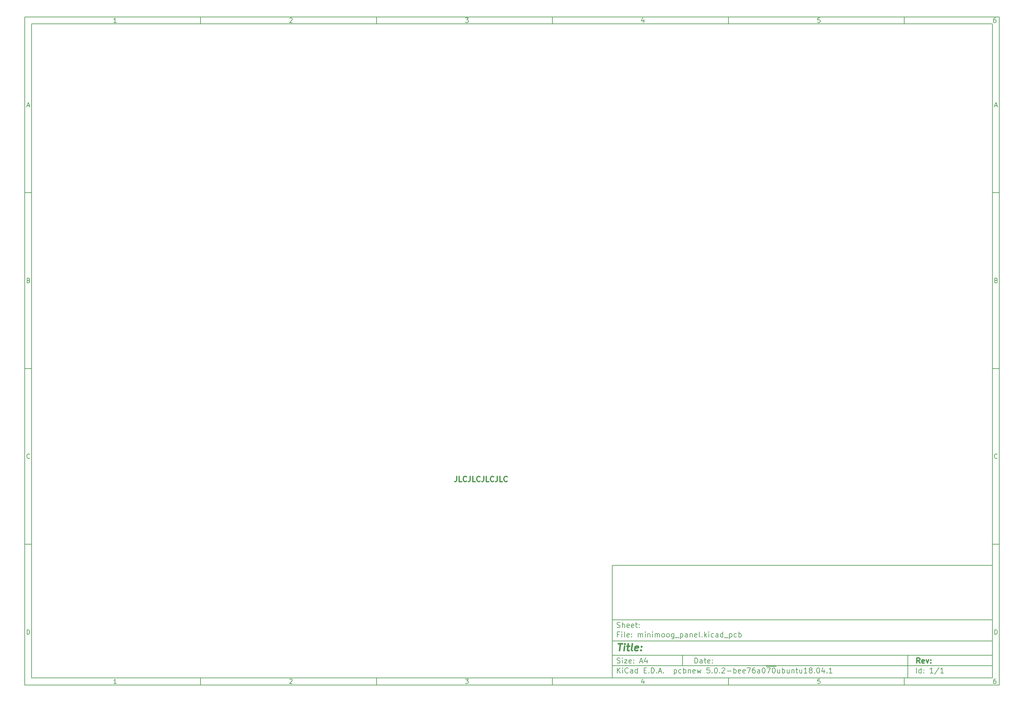
<source format=gbr>
G04 #@! TF.GenerationSoftware,KiCad,Pcbnew,5.0.2-bee76a0~70~ubuntu18.04.1*
G04 #@! TF.CreationDate,2019-05-15T10:05:18+10:00*
G04 #@! TF.ProjectId,minimoog_panel,6d696e69-6d6f-46f6-975f-70616e656c2e,rev?*
G04 #@! TF.SameCoordinates,Original*
G04 #@! TF.FileFunction,Legend,Top*
G04 #@! TF.FilePolarity,Positive*
%FSLAX46Y46*%
G04 Gerber Fmt 4.6, Leading zero omitted, Abs format (unit mm)*
G04 Created by KiCad (PCBNEW 5.0.2-bee76a0~70~ubuntu18.04.1) date Wed 15 May 2019 10:05:18 AEST*
%MOMM*%
%LPD*%
G01*
G04 APERTURE LIST*
%ADD10C,0.100000*%
%ADD11C,0.150000*%
%ADD12C,0.300000*%
%ADD13C,0.400000*%
G04 APERTURE END LIST*
D10*
D11*
X177002200Y-166007200D02*
X177002200Y-198007200D01*
X285002200Y-198007200D01*
X285002200Y-166007200D01*
X177002200Y-166007200D01*
D10*
D11*
X10000000Y-10000000D02*
X10000000Y-200007200D01*
X287002200Y-200007200D01*
X287002200Y-10000000D01*
X10000000Y-10000000D01*
D10*
D11*
X12000000Y-12000000D02*
X12000000Y-198007200D01*
X285002200Y-198007200D01*
X285002200Y-12000000D01*
X12000000Y-12000000D01*
D10*
D11*
X60000000Y-12000000D02*
X60000000Y-10000000D01*
D10*
D11*
X110000000Y-12000000D02*
X110000000Y-10000000D01*
D10*
D11*
X160000000Y-12000000D02*
X160000000Y-10000000D01*
D10*
D11*
X210000000Y-12000000D02*
X210000000Y-10000000D01*
D10*
D11*
X260000000Y-12000000D02*
X260000000Y-10000000D01*
D10*
D11*
X36065476Y-11588095D02*
X35322619Y-11588095D01*
X35694047Y-11588095D02*
X35694047Y-10288095D01*
X35570238Y-10473809D01*
X35446428Y-10597619D01*
X35322619Y-10659523D01*
D10*
D11*
X85322619Y-10411904D02*
X85384523Y-10350000D01*
X85508333Y-10288095D01*
X85817857Y-10288095D01*
X85941666Y-10350000D01*
X86003571Y-10411904D01*
X86065476Y-10535714D01*
X86065476Y-10659523D01*
X86003571Y-10845238D01*
X85260714Y-11588095D01*
X86065476Y-11588095D01*
D10*
D11*
X135260714Y-10288095D02*
X136065476Y-10288095D01*
X135632142Y-10783333D01*
X135817857Y-10783333D01*
X135941666Y-10845238D01*
X136003571Y-10907142D01*
X136065476Y-11030952D01*
X136065476Y-11340476D01*
X136003571Y-11464285D01*
X135941666Y-11526190D01*
X135817857Y-11588095D01*
X135446428Y-11588095D01*
X135322619Y-11526190D01*
X135260714Y-11464285D01*
D10*
D11*
X185941666Y-10721428D02*
X185941666Y-11588095D01*
X185632142Y-10226190D02*
X185322619Y-11154761D01*
X186127380Y-11154761D01*
D10*
D11*
X236003571Y-10288095D02*
X235384523Y-10288095D01*
X235322619Y-10907142D01*
X235384523Y-10845238D01*
X235508333Y-10783333D01*
X235817857Y-10783333D01*
X235941666Y-10845238D01*
X236003571Y-10907142D01*
X236065476Y-11030952D01*
X236065476Y-11340476D01*
X236003571Y-11464285D01*
X235941666Y-11526190D01*
X235817857Y-11588095D01*
X235508333Y-11588095D01*
X235384523Y-11526190D01*
X235322619Y-11464285D01*
D10*
D11*
X285941666Y-10288095D02*
X285694047Y-10288095D01*
X285570238Y-10350000D01*
X285508333Y-10411904D01*
X285384523Y-10597619D01*
X285322619Y-10845238D01*
X285322619Y-11340476D01*
X285384523Y-11464285D01*
X285446428Y-11526190D01*
X285570238Y-11588095D01*
X285817857Y-11588095D01*
X285941666Y-11526190D01*
X286003571Y-11464285D01*
X286065476Y-11340476D01*
X286065476Y-11030952D01*
X286003571Y-10907142D01*
X285941666Y-10845238D01*
X285817857Y-10783333D01*
X285570238Y-10783333D01*
X285446428Y-10845238D01*
X285384523Y-10907142D01*
X285322619Y-11030952D01*
D10*
D11*
X60000000Y-198007200D02*
X60000000Y-200007200D01*
D10*
D11*
X110000000Y-198007200D02*
X110000000Y-200007200D01*
D10*
D11*
X160000000Y-198007200D02*
X160000000Y-200007200D01*
D10*
D11*
X210000000Y-198007200D02*
X210000000Y-200007200D01*
D10*
D11*
X260000000Y-198007200D02*
X260000000Y-200007200D01*
D10*
D11*
X36065476Y-199595295D02*
X35322619Y-199595295D01*
X35694047Y-199595295D02*
X35694047Y-198295295D01*
X35570238Y-198481009D01*
X35446428Y-198604819D01*
X35322619Y-198666723D01*
D10*
D11*
X85322619Y-198419104D02*
X85384523Y-198357200D01*
X85508333Y-198295295D01*
X85817857Y-198295295D01*
X85941666Y-198357200D01*
X86003571Y-198419104D01*
X86065476Y-198542914D01*
X86065476Y-198666723D01*
X86003571Y-198852438D01*
X85260714Y-199595295D01*
X86065476Y-199595295D01*
D10*
D11*
X135260714Y-198295295D02*
X136065476Y-198295295D01*
X135632142Y-198790533D01*
X135817857Y-198790533D01*
X135941666Y-198852438D01*
X136003571Y-198914342D01*
X136065476Y-199038152D01*
X136065476Y-199347676D01*
X136003571Y-199471485D01*
X135941666Y-199533390D01*
X135817857Y-199595295D01*
X135446428Y-199595295D01*
X135322619Y-199533390D01*
X135260714Y-199471485D01*
D10*
D11*
X185941666Y-198728628D02*
X185941666Y-199595295D01*
X185632142Y-198233390D02*
X185322619Y-199161961D01*
X186127380Y-199161961D01*
D10*
D11*
X236003571Y-198295295D02*
X235384523Y-198295295D01*
X235322619Y-198914342D01*
X235384523Y-198852438D01*
X235508333Y-198790533D01*
X235817857Y-198790533D01*
X235941666Y-198852438D01*
X236003571Y-198914342D01*
X236065476Y-199038152D01*
X236065476Y-199347676D01*
X236003571Y-199471485D01*
X235941666Y-199533390D01*
X235817857Y-199595295D01*
X235508333Y-199595295D01*
X235384523Y-199533390D01*
X235322619Y-199471485D01*
D10*
D11*
X285941666Y-198295295D02*
X285694047Y-198295295D01*
X285570238Y-198357200D01*
X285508333Y-198419104D01*
X285384523Y-198604819D01*
X285322619Y-198852438D01*
X285322619Y-199347676D01*
X285384523Y-199471485D01*
X285446428Y-199533390D01*
X285570238Y-199595295D01*
X285817857Y-199595295D01*
X285941666Y-199533390D01*
X286003571Y-199471485D01*
X286065476Y-199347676D01*
X286065476Y-199038152D01*
X286003571Y-198914342D01*
X285941666Y-198852438D01*
X285817857Y-198790533D01*
X285570238Y-198790533D01*
X285446428Y-198852438D01*
X285384523Y-198914342D01*
X285322619Y-199038152D01*
D10*
D11*
X10000000Y-60000000D02*
X12000000Y-60000000D01*
D10*
D11*
X10000000Y-110000000D02*
X12000000Y-110000000D01*
D10*
D11*
X10000000Y-160000000D02*
X12000000Y-160000000D01*
D10*
D11*
X10690476Y-35216666D02*
X11309523Y-35216666D01*
X10566666Y-35588095D02*
X11000000Y-34288095D01*
X11433333Y-35588095D01*
D10*
D11*
X11092857Y-84907142D02*
X11278571Y-84969047D01*
X11340476Y-85030952D01*
X11402380Y-85154761D01*
X11402380Y-85340476D01*
X11340476Y-85464285D01*
X11278571Y-85526190D01*
X11154761Y-85588095D01*
X10659523Y-85588095D01*
X10659523Y-84288095D01*
X11092857Y-84288095D01*
X11216666Y-84350000D01*
X11278571Y-84411904D01*
X11340476Y-84535714D01*
X11340476Y-84659523D01*
X11278571Y-84783333D01*
X11216666Y-84845238D01*
X11092857Y-84907142D01*
X10659523Y-84907142D01*
D10*
D11*
X11402380Y-135464285D02*
X11340476Y-135526190D01*
X11154761Y-135588095D01*
X11030952Y-135588095D01*
X10845238Y-135526190D01*
X10721428Y-135402380D01*
X10659523Y-135278571D01*
X10597619Y-135030952D01*
X10597619Y-134845238D01*
X10659523Y-134597619D01*
X10721428Y-134473809D01*
X10845238Y-134350000D01*
X11030952Y-134288095D01*
X11154761Y-134288095D01*
X11340476Y-134350000D01*
X11402380Y-134411904D01*
D10*
D11*
X10659523Y-185588095D02*
X10659523Y-184288095D01*
X10969047Y-184288095D01*
X11154761Y-184350000D01*
X11278571Y-184473809D01*
X11340476Y-184597619D01*
X11402380Y-184845238D01*
X11402380Y-185030952D01*
X11340476Y-185278571D01*
X11278571Y-185402380D01*
X11154761Y-185526190D01*
X10969047Y-185588095D01*
X10659523Y-185588095D01*
D10*
D11*
X287002200Y-60000000D02*
X285002200Y-60000000D01*
D10*
D11*
X287002200Y-110000000D02*
X285002200Y-110000000D01*
D10*
D11*
X287002200Y-160000000D02*
X285002200Y-160000000D01*
D10*
D11*
X285692676Y-35216666D02*
X286311723Y-35216666D01*
X285568866Y-35588095D02*
X286002200Y-34288095D01*
X286435533Y-35588095D01*
D10*
D11*
X286095057Y-84907142D02*
X286280771Y-84969047D01*
X286342676Y-85030952D01*
X286404580Y-85154761D01*
X286404580Y-85340476D01*
X286342676Y-85464285D01*
X286280771Y-85526190D01*
X286156961Y-85588095D01*
X285661723Y-85588095D01*
X285661723Y-84288095D01*
X286095057Y-84288095D01*
X286218866Y-84350000D01*
X286280771Y-84411904D01*
X286342676Y-84535714D01*
X286342676Y-84659523D01*
X286280771Y-84783333D01*
X286218866Y-84845238D01*
X286095057Y-84907142D01*
X285661723Y-84907142D01*
D10*
D11*
X286404580Y-135464285D02*
X286342676Y-135526190D01*
X286156961Y-135588095D01*
X286033152Y-135588095D01*
X285847438Y-135526190D01*
X285723628Y-135402380D01*
X285661723Y-135278571D01*
X285599819Y-135030952D01*
X285599819Y-134845238D01*
X285661723Y-134597619D01*
X285723628Y-134473809D01*
X285847438Y-134350000D01*
X286033152Y-134288095D01*
X286156961Y-134288095D01*
X286342676Y-134350000D01*
X286404580Y-134411904D01*
D10*
D11*
X285661723Y-185588095D02*
X285661723Y-184288095D01*
X285971247Y-184288095D01*
X286156961Y-184350000D01*
X286280771Y-184473809D01*
X286342676Y-184597619D01*
X286404580Y-184845238D01*
X286404580Y-185030952D01*
X286342676Y-185278571D01*
X286280771Y-185402380D01*
X286156961Y-185526190D01*
X285971247Y-185588095D01*
X285661723Y-185588095D01*
D10*
D11*
X200434342Y-193785771D02*
X200434342Y-192285771D01*
X200791485Y-192285771D01*
X201005771Y-192357200D01*
X201148628Y-192500057D01*
X201220057Y-192642914D01*
X201291485Y-192928628D01*
X201291485Y-193142914D01*
X201220057Y-193428628D01*
X201148628Y-193571485D01*
X201005771Y-193714342D01*
X200791485Y-193785771D01*
X200434342Y-193785771D01*
X202577200Y-193785771D02*
X202577200Y-193000057D01*
X202505771Y-192857200D01*
X202362914Y-192785771D01*
X202077200Y-192785771D01*
X201934342Y-192857200D01*
X202577200Y-193714342D02*
X202434342Y-193785771D01*
X202077200Y-193785771D01*
X201934342Y-193714342D01*
X201862914Y-193571485D01*
X201862914Y-193428628D01*
X201934342Y-193285771D01*
X202077200Y-193214342D01*
X202434342Y-193214342D01*
X202577200Y-193142914D01*
X203077200Y-192785771D02*
X203648628Y-192785771D01*
X203291485Y-192285771D02*
X203291485Y-193571485D01*
X203362914Y-193714342D01*
X203505771Y-193785771D01*
X203648628Y-193785771D01*
X204720057Y-193714342D02*
X204577200Y-193785771D01*
X204291485Y-193785771D01*
X204148628Y-193714342D01*
X204077200Y-193571485D01*
X204077200Y-193000057D01*
X204148628Y-192857200D01*
X204291485Y-192785771D01*
X204577200Y-192785771D01*
X204720057Y-192857200D01*
X204791485Y-193000057D01*
X204791485Y-193142914D01*
X204077200Y-193285771D01*
X205434342Y-193642914D02*
X205505771Y-193714342D01*
X205434342Y-193785771D01*
X205362914Y-193714342D01*
X205434342Y-193642914D01*
X205434342Y-193785771D01*
X205434342Y-192857200D02*
X205505771Y-192928628D01*
X205434342Y-193000057D01*
X205362914Y-192928628D01*
X205434342Y-192857200D01*
X205434342Y-193000057D01*
D10*
D11*
X177002200Y-194507200D02*
X285002200Y-194507200D01*
D10*
D11*
X178434342Y-196585771D02*
X178434342Y-195085771D01*
X179291485Y-196585771D02*
X178648628Y-195728628D01*
X179291485Y-195085771D02*
X178434342Y-195942914D01*
X179934342Y-196585771D02*
X179934342Y-195585771D01*
X179934342Y-195085771D02*
X179862914Y-195157200D01*
X179934342Y-195228628D01*
X180005771Y-195157200D01*
X179934342Y-195085771D01*
X179934342Y-195228628D01*
X181505771Y-196442914D02*
X181434342Y-196514342D01*
X181220057Y-196585771D01*
X181077200Y-196585771D01*
X180862914Y-196514342D01*
X180720057Y-196371485D01*
X180648628Y-196228628D01*
X180577200Y-195942914D01*
X180577200Y-195728628D01*
X180648628Y-195442914D01*
X180720057Y-195300057D01*
X180862914Y-195157200D01*
X181077200Y-195085771D01*
X181220057Y-195085771D01*
X181434342Y-195157200D01*
X181505771Y-195228628D01*
X182791485Y-196585771D02*
X182791485Y-195800057D01*
X182720057Y-195657200D01*
X182577200Y-195585771D01*
X182291485Y-195585771D01*
X182148628Y-195657200D01*
X182791485Y-196514342D02*
X182648628Y-196585771D01*
X182291485Y-196585771D01*
X182148628Y-196514342D01*
X182077200Y-196371485D01*
X182077200Y-196228628D01*
X182148628Y-196085771D01*
X182291485Y-196014342D01*
X182648628Y-196014342D01*
X182791485Y-195942914D01*
X184148628Y-196585771D02*
X184148628Y-195085771D01*
X184148628Y-196514342D02*
X184005771Y-196585771D01*
X183720057Y-196585771D01*
X183577200Y-196514342D01*
X183505771Y-196442914D01*
X183434342Y-196300057D01*
X183434342Y-195871485D01*
X183505771Y-195728628D01*
X183577200Y-195657200D01*
X183720057Y-195585771D01*
X184005771Y-195585771D01*
X184148628Y-195657200D01*
X186005771Y-195800057D02*
X186505771Y-195800057D01*
X186720057Y-196585771D02*
X186005771Y-196585771D01*
X186005771Y-195085771D01*
X186720057Y-195085771D01*
X187362914Y-196442914D02*
X187434342Y-196514342D01*
X187362914Y-196585771D01*
X187291485Y-196514342D01*
X187362914Y-196442914D01*
X187362914Y-196585771D01*
X188077200Y-196585771D02*
X188077200Y-195085771D01*
X188434342Y-195085771D01*
X188648628Y-195157200D01*
X188791485Y-195300057D01*
X188862914Y-195442914D01*
X188934342Y-195728628D01*
X188934342Y-195942914D01*
X188862914Y-196228628D01*
X188791485Y-196371485D01*
X188648628Y-196514342D01*
X188434342Y-196585771D01*
X188077200Y-196585771D01*
X189577200Y-196442914D02*
X189648628Y-196514342D01*
X189577200Y-196585771D01*
X189505771Y-196514342D01*
X189577200Y-196442914D01*
X189577200Y-196585771D01*
X190220057Y-196157200D02*
X190934342Y-196157200D01*
X190077200Y-196585771D02*
X190577200Y-195085771D01*
X191077200Y-196585771D01*
X191577200Y-196442914D02*
X191648628Y-196514342D01*
X191577200Y-196585771D01*
X191505771Y-196514342D01*
X191577200Y-196442914D01*
X191577200Y-196585771D01*
X194577200Y-195585771D02*
X194577200Y-197085771D01*
X194577200Y-195657200D02*
X194720057Y-195585771D01*
X195005771Y-195585771D01*
X195148628Y-195657200D01*
X195220057Y-195728628D01*
X195291485Y-195871485D01*
X195291485Y-196300057D01*
X195220057Y-196442914D01*
X195148628Y-196514342D01*
X195005771Y-196585771D01*
X194720057Y-196585771D01*
X194577200Y-196514342D01*
X196577200Y-196514342D02*
X196434342Y-196585771D01*
X196148628Y-196585771D01*
X196005771Y-196514342D01*
X195934342Y-196442914D01*
X195862914Y-196300057D01*
X195862914Y-195871485D01*
X195934342Y-195728628D01*
X196005771Y-195657200D01*
X196148628Y-195585771D01*
X196434342Y-195585771D01*
X196577200Y-195657200D01*
X197220057Y-196585771D02*
X197220057Y-195085771D01*
X197220057Y-195657200D02*
X197362914Y-195585771D01*
X197648628Y-195585771D01*
X197791485Y-195657200D01*
X197862914Y-195728628D01*
X197934342Y-195871485D01*
X197934342Y-196300057D01*
X197862914Y-196442914D01*
X197791485Y-196514342D01*
X197648628Y-196585771D01*
X197362914Y-196585771D01*
X197220057Y-196514342D01*
X198577200Y-195585771D02*
X198577200Y-196585771D01*
X198577200Y-195728628D02*
X198648628Y-195657200D01*
X198791485Y-195585771D01*
X199005771Y-195585771D01*
X199148628Y-195657200D01*
X199220057Y-195800057D01*
X199220057Y-196585771D01*
X200505771Y-196514342D02*
X200362914Y-196585771D01*
X200077200Y-196585771D01*
X199934342Y-196514342D01*
X199862914Y-196371485D01*
X199862914Y-195800057D01*
X199934342Y-195657200D01*
X200077200Y-195585771D01*
X200362914Y-195585771D01*
X200505771Y-195657200D01*
X200577200Y-195800057D01*
X200577200Y-195942914D01*
X199862914Y-196085771D01*
X201077200Y-195585771D02*
X201362914Y-196585771D01*
X201648628Y-195871485D01*
X201934342Y-196585771D01*
X202220057Y-195585771D01*
X204648628Y-195085771D02*
X203934342Y-195085771D01*
X203862914Y-195800057D01*
X203934342Y-195728628D01*
X204077200Y-195657200D01*
X204434342Y-195657200D01*
X204577200Y-195728628D01*
X204648628Y-195800057D01*
X204720057Y-195942914D01*
X204720057Y-196300057D01*
X204648628Y-196442914D01*
X204577200Y-196514342D01*
X204434342Y-196585771D01*
X204077200Y-196585771D01*
X203934342Y-196514342D01*
X203862914Y-196442914D01*
X205362914Y-196442914D02*
X205434342Y-196514342D01*
X205362914Y-196585771D01*
X205291485Y-196514342D01*
X205362914Y-196442914D01*
X205362914Y-196585771D01*
X206362914Y-195085771D02*
X206505771Y-195085771D01*
X206648628Y-195157200D01*
X206720057Y-195228628D01*
X206791485Y-195371485D01*
X206862914Y-195657200D01*
X206862914Y-196014342D01*
X206791485Y-196300057D01*
X206720057Y-196442914D01*
X206648628Y-196514342D01*
X206505771Y-196585771D01*
X206362914Y-196585771D01*
X206220057Y-196514342D01*
X206148628Y-196442914D01*
X206077200Y-196300057D01*
X206005771Y-196014342D01*
X206005771Y-195657200D01*
X206077200Y-195371485D01*
X206148628Y-195228628D01*
X206220057Y-195157200D01*
X206362914Y-195085771D01*
X207505771Y-196442914D02*
X207577200Y-196514342D01*
X207505771Y-196585771D01*
X207434342Y-196514342D01*
X207505771Y-196442914D01*
X207505771Y-196585771D01*
X208148628Y-195228628D02*
X208220057Y-195157200D01*
X208362914Y-195085771D01*
X208720057Y-195085771D01*
X208862914Y-195157200D01*
X208934342Y-195228628D01*
X209005771Y-195371485D01*
X209005771Y-195514342D01*
X208934342Y-195728628D01*
X208077200Y-196585771D01*
X209005771Y-196585771D01*
X209648628Y-196014342D02*
X210791485Y-196014342D01*
X211505771Y-196585771D02*
X211505771Y-195085771D01*
X211505771Y-195657200D02*
X211648628Y-195585771D01*
X211934342Y-195585771D01*
X212077200Y-195657200D01*
X212148628Y-195728628D01*
X212220057Y-195871485D01*
X212220057Y-196300057D01*
X212148628Y-196442914D01*
X212077200Y-196514342D01*
X211934342Y-196585771D01*
X211648628Y-196585771D01*
X211505771Y-196514342D01*
X213434342Y-196514342D02*
X213291485Y-196585771D01*
X213005771Y-196585771D01*
X212862914Y-196514342D01*
X212791485Y-196371485D01*
X212791485Y-195800057D01*
X212862914Y-195657200D01*
X213005771Y-195585771D01*
X213291485Y-195585771D01*
X213434342Y-195657200D01*
X213505771Y-195800057D01*
X213505771Y-195942914D01*
X212791485Y-196085771D01*
X214720057Y-196514342D02*
X214577200Y-196585771D01*
X214291485Y-196585771D01*
X214148628Y-196514342D01*
X214077200Y-196371485D01*
X214077200Y-195800057D01*
X214148628Y-195657200D01*
X214291485Y-195585771D01*
X214577200Y-195585771D01*
X214720057Y-195657200D01*
X214791485Y-195800057D01*
X214791485Y-195942914D01*
X214077200Y-196085771D01*
X215291485Y-195085771D02*
X216291485Y-195085771D01*
X215648628Y-196585771D01*
X217505771Y-195085771D02*
X217220057Y-195085771D01*
X217077200Y-195157200D01*
X217005771Y-195228628D01*
X216862914Y-195442914D01*
X216791485Y-195728628D01*
X216791485Y-196300057D01*
X216862914Y-196442914D01*
X216934342Y-196514342D01*
X217077200Y-196585771D01*
X217362914Y-196585771D01*
X217505771Y-196514342D01*
X217577200Y-196442914D01*
X217648628Y-196300057D01*
X217648628Y-195942914D01*
X217577200Y-195800057D01*
X217505771Y-195728628D01*
X217362914Y-195657200D01*
X217077200Y-195657200D01*
X216934342Y-195728628D01*
X216862914Y-195800057D01*
X216791485Y-195942914D01*
X218934342Y-196585771D02*
X218934342Y-195800057D01*
X218862914Y-195657200D01*
X218720057Y-195585771D01*
X218434342Y-195585771D01*
X218291485Y-195657200D01*
X218934342Y-196514342D02*
X218791485Y-196585771D01*
X218434342Y-196585771D01*
X218291485Y-196514342D01*
X218220057Y-196371485D01*
X218220057Y-196228628D01*
X218291485Y-196085771D01*
X218434342Y-196014342D01*
X218791485Y-196014342D01*
X218934342Y-195942914D01*
X219934342Y-195085771D02*
X220077200Y-195085771D01*
X220220057Y-195157200D01*
X220291485Y-195228628D01*
X220362914Y-195371485D01*
X220434342Y-195657200D01*
X220434342Y-196014342D01*
X220362914Y-196300057D01*
X220291485Y-196442914D01*
X220220057Y-196514342D01*
X220077200Y-196585771D01*
X219934342Y-196585771D01*
X219791485Y-196514342D01*
X219720057Y-196442914D01*
X219648628Y-196300057D01*
X219577200Y-196014342D01*
X219577200Y-195657200D01*
X219648628Y-195371485D01*
X219720057Y-195228628D01*
X219791485Y-195157200D01*
X219934342Y-195085771D01*
X220720057Y-194677200D02*
X222148628Y-194677200D01*
X220934342Y-195085771D02*
X221934342Y-195085771D01*
X221291485Y-196585771D01*
X222148628Y-194677200D02*
X223577200Y-194677200D01*
X222791485Y-195085771D02*
X222934342Y-195085771D01*
X223077200Y-195157200D01*
X223148628Y-195228628D01*
X223220057Y-195371485D01*
X223291485Y-195657200D01*
X223291485Y-196014342D01*
X223220057Y-196300057D01*
X223148628Y-196442914D01*
X223077200Y-196514342D01*
X222934342Y-196585771D01*
X222791485Y-196585771D01*
X222648628Y-196514342D01*
X222577200Y-196442914D01*
X222505771Y-196300057D01*
X222434342Y-196014342D01*
X222434342Y-195657200D01*
X222505771Y-195371485D01*
X222577200Y-195228628D01*
X222648628Y-195157200D01*
X222791485Y-195085771D01*
X224577200Y-195585771D02*
X224577200Y-196585771D01*
X223934342Y-195585771D02*
X223934342Y-196371485D01*
X224005771Y-196514342D01*
X224148628Y-196585771D01*
X224362914Y-196585771D01*
X224505771Y-196514342D01*
X224577200Y-196442914D01*
X225291485Y-196585771D02*
X225291485Y-195085771D01*
X225291485Y-195657200D02*
X225434342Y-195585771D01*
X225720057Y-195585771D01*
X225862914Y-195657200D01*
X225934342Y-195728628D01*
X226005771Y-195871485D01*
X226005771Y-196300057D01*
X225934342Y-196442914D01*
X225862914Y-196514342D01*
X225720057Y-196585771D01*
X225434342Y-196585771D01*
X225291485Y-196514342D01*
X227291485Y-195585771D02*
X227291485Y-196585771D01*
X226648628Y-195585771D02*
X226648628Y-196371485D01*
X226720057Y-196514342D01*
X226862914Y-196585771D01*
X227077200Y-196585771D01*
X227220057Y-196514342D01*
X227291485Y-196442914D01*
X228005771Y-195585771D02*
X228005771Y-196585771D01*
X228005771Y-195728628D02*
X228077200Y-195657200D01*
X228220057Y-195585771D01*
X228434342Y-195585771D01*
X228577200Y-195657200D01*
X228648628Y-195800057D01*
X228648628Y-196585771D01*
X229148628Y-195585771D02*
X229720057Y-195585771D01*
X229362914Y-195085771D02*
X229362914Y-196371485D01*
X229434342Y-196514342D01*
X229577200Y-196585771D01*
X229720057Y-196585771D01*
X230862914Y-195585771D02*
X230862914Y-196585771D01*
X230220057Y-195585771D02*
X230220057Y-196371485D01*
X230291485Y-196514342D01*
X230434342Y-196585771D01*
X230648628Y-196585771D01*
X230791485Y-196514342D01*
X230862914Y-196442914D01*
X232362914Y-196585771D02*
X231505771Y-196585771D01*
X231934342Y-196585771D02*
X231934342Y-195085771D01*
X231791485Y-195300057D01*
X231648628Y-195442914D01*
X231505771Y-195514342D01*
X233220057Y-195728628D02*
X233077200Y-195657200D01*
X233005771Y-195585771D01*
X232934342Y-195442914D01*
X232934342Y-195371485D01*
X233005771Y-195228628D01*
X233077200Y-195157200D01*
X233220057Y-195085771D01*
X233505771Y-195085771D01*
X233648628Y-195157200D01*
X233720057Y-195228628D01*
X233791485Y-195371485D01*
X233791485Y-195442914D01*
X233720057Y-195585771D01*
X233648628Y-195657200D01*
X233505771Y-195728628D01*
X233220057Y-195728628D01*
X233077200Y-195800057D01*
X233005771Y-195871485D01*
X232934342Y-196014342D01*
X232934342Y-196300057D01*
X233005771Y-196442914D01*
X233077200Y-196514342D01*
X233220057Y-196585771D01*
X233505771Y-196585771D01*
X233648628Y-196514342D01*
X233720057Y-196442914D01*
X233791485Y-196300057D01*
X233791485Y-196014342D01*
X233720057Y-195871485D01*
X233648628Y-195800057D01*
X233505771Y-195728628D01*
X234434342Y-196442914D02*
X234505771Y-196514342D01*
X234434342Y-196585771D01*
X234362914Y-196514342D01*
X234434342Y-196442914D01*
X234434342Y-196585771D01*
X235434342Y-195085771D02*
X235577200Y-195085771D01*
X235720057Y-195157200D01*
X235791485Y-195228628D01*
X235862914Y-195371485D01*
X235934342Y-195657200D01*
X235934342Y-196014342D01*
X235862914Y-196300057D01*
X235791485Y-196442914D01*
X235720057Y-196514342D01*
X235577200Y-196585771D01*
X235434342Y-196585771D01*
X235291485Y-196514342D01*
X235220057Y-196442914D01*
X235148628Y-196300057D01*
X235077200Y-196014342D01*
X235077200Y-195657200D01*
X235148628Y-195371485D01*
X235220057Y-195228628D01*
X235291485Y-195157200D01*
X235434342Y-195085771D01*
X237220057Y-195585771D02*
X237220057Y-196585771D01*
X236862914Y-195014342D02*
X236505771Y-196085771D01*
X237434342Y-196085771D01*
X238005771Y-196442914D02*
X238077199Y-196514342D01*
X238005771Y-196585771D01*
X237934342Y-196514342D01*
X238005771Y-196442914D01*
X238005771Y-196585771D01*
X239505771Y-196585771D02*
X238648628Y-196585771D01*
X239077200Y-196585771D02*
X239077200Y-195085771D01*
X238934342Y-195300057D01*
X238791485Y-195442914D01*
X238648628Y-195514342D01*
D10*
D11*
X177002200Y-191507200D02*
X285002200Y-191507200D01*
D10*
D12*
X264411485Y-193785771D02*
X263911485Y-193071485D01*
X263554342Y-193785771D02*
X263554342Y-192285771D01*
X264125771Y-192285771D01*
X264268628Y-192357200D01*
X264340057Y-192428628D01*
X264411485Y-192571485D01*
X264411485Y-192785771D01*
X264340057Y-192928628D01*
X264268628Y-193000057D01*
X264125771Y-193071485D01*
X263554342Y-193071485D01*
X265625771Y-193714342D02*
X265482914Y-193785771D01*
X265197200Y-193785771D01*
X265054342Y-193714342D01*
X264982914Y-193571485D01*
X264982914Y-193000057D01*
X265054342Y-192857200D01*
X265197200Y-192785771D01*
X265482914Y-192785771D01*
X265625771Y-192857200D01*
X265697200Y-193000057D01*
X265697200Y-193142914D01*
X264982914Y-193285771D01*
X266197200Y-192785771D02*
X266554342Y-193785771D01*
X266911485Y-192785771D01*
X267482914Y-193642914D02*
X267554342Y-193714342D01*
X267482914Y-193785771D01*
X267411485Y-193714342D01*
X267482914Y-193642914D01*
X267482914Y-193785771D01*
X267482914Y-192857200D02*
X267554342Y-192928628D01*
X267482914Y-193000057D01*
X267411485Y-192928628D01*
X267482914Y-192857200D01*
X267482914Y-193000057D01*
D10*
D11*
X178362914Y-193714342D02*
X178577200Y-193785771D01*
X178934342Y-193785771D01*
X179077200Y-193714342D01*
X179148628Y-193642914D01*
X179220057Y-193500057D01*
X179220057Y-193357200D01*
X179148628Y-193214342D01*
X179077200Y-193142914D01*
X178934342Y-193071485D01*
X178648628Y-193000057D01*
X178505771Y-192928628D01*
X178434342Y-192857200D01*
X178362914Y-192714342D01*
X178362914Y-192571485D01*
X178434342Y-192428628D01*
X178505771Y-192357200D01*
X178648628Y-192285771D01*
X179005771Y-192285771D01*
X179220057Y-192357200D01*
X179862914Y-193785771D02*
X179862914Y-192785771D01*
X179862914Y-192285771D02*
X179791485Y-192357200D01*
X179862914Y-192428628D01*
X179934342Y-192357200D01*
X179862914Y-192285771D01*
X179862914Y-192428628D01*
X180434342Y-192785771D02*
X181220057Y-192785771D01*
X180434342Y-193785771D01*
X181220057Y-193785771D01*
X182362914Y-193714342D02*
X182220057Y-193785771D01*
X181934342Y-193785771D01*
X181791485Y-193714342D01*
X181720057Y-193571485D01*
X181720057Y-193000057D01*
X181791485Y-192857200D01*
X181934342Y-192785771D01*
X182220057Y-192785771D01*
X182362914Y-192857200D01*
X182434342Y-193000057D01*
X182434342Y-193142914D01*
X181720057Y-193285771D01*
X183077200Y-193642914D02*
X183148628Y-193714342D01*
X183077200Y-193785771D01*
X183005771Y-193714342D01*
X183077200Y-193642914D01*
X183077200Y-193785771D01*
X183077200Y-192857200D02*
X183148628Y-192928628D01*
X183077200Y-193000057D01*
X183005771Y-192928628D01*
X183077200Y-192857200D01*
X183077200Y-193000057D01*
X184862914Y-193357200D02*
X185577200Y-193357200D01*
X184720057Y-193785771D02*
X185220057Y-192285771D01*
X185720057Y-193785771D01*
X186862914Y-192785771D02*
X186862914Y-193785771D01*
X186505771Y-192214342D02*
X186148628Y-193285771D01*
X187077200Y-193285771D01*
D10*
D11*
X263434342Y-196585771D02*
X263434342Y-195085771D01*
X264791485Y-196585771D02*
X264791485Y-195085771D01*
X264791485Y-196514342D02*
X264648628Y-196585771D01*
X264362914Y-196585771D01*
X264220057Y-196514342D01*
X264148628Y-196442914D01*
X264077200Y-196300057D01*
X264077200Y-195871485D01*
X264148628Y-195728628D01*
X264220057Y-195657200D01*
X264362914Y-195585771D01*
X264648628Y-195585771D01*
X264791485Y-195657200D01*
X265505771Y-196442914D02*
X265577200Y-196514342D01*
X265505771Y-196585771D01*
X265434342Y-196514342D01*
X265505771Y-196442914D01*
X265505771Y-196585771D01*
X265505771Y-195657200D02*
X265577200Y-195728628D01*
X265505771Y-195800057D01*
X265434342Y-195728628D01*
X265505771Y-195657200D01*
X265505771Y-195800057D01*
X268148628Y-196585771D02*
X267291485Y-196585771D01*
X267720057Y-196585771D02*
X267720057Y-195085771D01*
X267577200Y-195300057D01*
X267434342Y-195442914D01*
X267291485Y-195514342D01*
X269862914Y-195014342D02*
X268577200Y-196942914D01*
X271148628Y-196585771D02*
X270291485Y-196585771D01*
X270720057Y-196585771D02*
X270720057Y-195085771D01*
X270577200Y-195300057D01*
X270434342Y-195442914D01*
X270291485Y-195514342D01*
D10*
D11*
X177002200Y-187507200D02*
X285002200Y-187507200D01*
D10*
D13*
X178714580Y-188211961D02*
X179857438Y-188211961D01*
X179036009Y-190211961D02*
X179286009Y-188211961D01*
X180274104Y-190211961D02*
X180440771Y-188878628D01*
X180524104Y-188211961D02*
X180416961Y-188307200D01*
X180500295Y-188402438D01*
X180607438Y-188307200D01*
X180524104Y-188211961D01*
X180500295Y-188402438D01*
X181107438Y-188878628D02*
X181869342Y-188878628D01*
X181476485Y-188211961D02*
X181262200Y-189926247D01*
X181333628Y-190116723D01*
X181512200Y-190211961D01*
X181702676Y-190211961D01*
X182655057Y-190211961D02*
X182476485Y-190116723D01*
X182405057Y-189926247D01*
X182619342Y-188211961D01*
X184190771Y-190116723D02*
X183988390Y-190211961D01*
X183607438Y-190211961D01*
X183428866Y-190116723D01*
X183357438Y-189926247D01*
X183452676Y-189164342D01*
X183571723Y-188973866D01*
X183774104Y-188878628D01*
X184155057Y-188878628D01*
X184333628Y-188973866D01*
X184405057Y-189164342D01*
X184381247Y-189354819D01*
X183405057Y-189545295D01*
X185155057Y-190021485D02*
X185238390Y-190116723D01*
X185131247Y-190211961D01*
X185047914Y-190116723D01*
X185155057Y-190021485D01*
X185131247Y-190211961D01*
X185286009Y-188973866D02*
X185369342Y-189069104D01*
X185262200Y-189164342D01*
X185178866Y-189069104D01*
X185286009Y-188973866D01*
X185262200Y-189164342D01*
D10*
D11*
X178934342Y-185600057D02*
X178434342Y-185600057D01*
X178434342Y-186385771D02*
X178434342Y-184885771D01*
X179148628Y-184885771D01*
X179720057Y-186385771D02*
X179720057Y-185385771D01*
X179720057Y-184885771D02*
X179648628Y-184957200D01*
X179720057Y-185028628D01*
X179791485Y-184957200D01*
X179720057Y-184885771D01*
X179720057Y-185028628D01*
X180648628Y-186385771D02*
X180505771Y-186314342D01*
X180434342Y-186171485D01*
X180434342Y-184885771D01*
X181791485Y-186314342D02*
X181648628Y-186385771D01*
X181362914Y-186385771D01*
X181220057Y-186314342D01*
X181148628Y-186171485D01*
X181148628Y-185600057D01*
X181220057Y-185457200D01*
X181362914Y-185385771D01*
X181648628Y-185385771D01*
X181791485Y-185457200D01*
X181862914Y-185600057D01*
X181862914Y-185742914D01*
X181148628Y-185885771D01*
X182505771Y-186242914D02*
X182577200Y-186314342D01*
X182505771Y-186385771D01*
X182434342Y-186314342D01*
X182505771Y-186242914D01*
X182505771Y-186385771D01*
X182505771Y-185457200D02*
X182577200Y-185528628D01*
X182505771Y-185600057D01*
X182434342Y-185528628D01*
X182505771Y-185457200D01*
X182505771Y-185600057D01*
X184362914Y-186385771D02*
X184362914Y-185385771D01*
X184362914Y-185528628D02*
X184434342Y-185457200D01*
X184577200Y-185385771D01*
X184791485Y-185385771D01*
X184934342Y-185457200D01*
X185005771Y-185600057D01*
X185005771Y-186385771D01*
X185005771Y-185600057D02*
X185077200Y-185457200D01*
X185220057Y-185385771D01*
X185434342Y-185385771D01*
X185577200Y-185457200D01*
X185648628Y-185600057D01*
X185648628Y-186385771D01*
X186362914Y-186385771D02*
X186362914Y-185385771D01*
X186362914Y-184885771D02*
X186291485Y-184957200D01*
X186362914Y-185028628D01*
X186434342Y-184957200D01*
X186362914Y-184885771D01*
X186362914Y-185028628D01*
X187077200Y-185385771D02*
X187077200Y-186385771D01*
X187077200Y-185528628D02*
X187148628Y-185457200D01*
X187291485Y-185385771D01*
X187505771Y-185385771D01*
X187648628Y-185457200D01*
X187720057Y-185600057D01*
X187720057Y-186385771D01*
X188434342Y-186385771D02*
X188434342Y-185385771D01*
X188434342Y-184885771D02*
X188362914Y-184957200D01*
X188434342Y-185028628D01*
X188505771Y-184957200D01*
X188434342Y-184885771D01*
X188434342Y-185028628D01*
X189148628Y-186385771D02*
X189148628Y-185385771D01*
X189148628Y-185528628D02*
X189220057Y-185457200D01*
X189362914Y-185385771D01*
X189577200Y-185385771D01*
X189720057Y-185457200D01*
X189791485Y-185600057D01*
X189791485Y-186385771D01*
X189791485Y-185600057D02*
X189862914Y-185457200D01*
X190005771Y-185385771D01*
X190220057Y-185385771D01*
X190362914Y-185457200D01*
X190434342Y-185600057D01*
X190434342Y-186385771D01*
X191362914Y-186385771D02*
X191220057Y-186314342D01*
X191148628Y-186242914D01*
X191077200Y-186100057D01*
X191077200Y-185671485D01*
X191148628Y-185528628D01*
X191220057Y-185457200D01*
X191362914Y-185385771D01*
X191577200Y-185385771D01*
X191720057Y-185457200D01*
X191791485Y-185528628D01*
X191862914Y-185671485D01*
X191862914Y-186100057D01*
X191791485Y-186242914D01*
X191720057Y-186314342D01*
X191577200Y-186385771D01*
X191362914Y-186385771D01*
X192720057Y-186385771D02*
X192577200Y-186314342D01*
X192505771Y-186242914D01*
X192434342Y-186100057D01*
X192434342Y-185671485D01*
X192505771Y-185528628D01*
X192577200Y-185457200D01*
X192720057Y-185385771D01*
X192934342Y-185385771D01*
X193077200Y-185457200D01*
X193148628Y-185528628D01*
X193220057Y-185671485D01*
X193220057Y-186100057D01*
X193148628Y-186242914D01*
X193077200Y-186314342D01*
X192934342Y-186385771D01*
X192720057Y-186385771D01*
X194505771Y-185385771D02*
X194505771Y-186600057D01*
X194434342Y-186742914D01*
X194362914Y-186814342D01*
X194220057Y-186885771D01*
X194005771Y-186885771D01*
X193862914Y-186814342D01*
X194505771Y-186314342D02*
X194362914Y-186385771D01*
X194077200Y-186385771D01*
X193934342Y-186314342D01*
X193862914Y-186242914D01*
X193791485Y-186100057D01*
X193791485Y-185671485D01*
X193862914Y-185528628D01*
X193934342Y-185457200D01*
X194077200Y-185385771D01*
X194362914Y-185385771D01*
X194505771Y-185457200D01*
X194862914Y-186528628D02*
X196005771Y-186528628D01*
X196362914Y-185385771D02*
X196362914Y-186885771D01*
X196362914Y-185457200D02*
X196505771Y-185385771D01*
X196791485Y-185385771D01*
X196934342Y-185457200D01*
X197005771Y-185528628D01*
X197077200Y-185671485D01*
X197077200Y-186100057D01*
X197005771Y-186242914D01*
X196934342Y-186314342D01*
X196791485Y-186385771D01*
X196505771Y-186385771D01*
X196362914Y-186314342D01*
X198362914Y-186385771D02*
X198362914Y-185600057D01*
X198291485Y-185457200D01*
X198148628Y-185385771D01*
X197862914Y-185385771D01*
X197720057Y-185457200D01*
X198362914Y-186314342D02*
X198220057Y-186385771D01*
X197862914Y-186385771D01*
X197720057Y-186314342D01*
X197648628Y-186171485D01*
X197648628Y-186028628D01*
X197720057Y-185885771D01*
X197862914Y-185814342D01*
X198220057Y-185814342D01*
X198362914Y-185742914D01*
X199077200Y-185385771D02*
X199077200Y-186385771D01*
X199077200Y-185528628D02*
X199148628Y-185457200D01*
X199291485Y-185385771D01*
X199505771Y-185385771D01*
X199648628Y-185457200D01*
X199720057Y-185600057D01*
X199720057Y-186385771D01*
X201005771Y-186314342D02*
X200862914Y-186385771D01*
X200577200Y-186385771D01*
X200434342Y-186314342D01*
X200362914Y-186171485D01*
X200362914Y-185600057D01*
X200434342Y-185457200D01*
X200577200Y-185385771D01*
X200862914Y-185385771D01*
X201005771Y-185457200D01*
X201077200Y-185600057D01*
X201077200Y-185742914D01*
X200362914Y-185885771D01*
X201934342Y-186385771D02*
X201791485Y-186314342D01*
X201720057Y-186171485D01*
X201720057Y-184885771D01*
X202505771Y-186242914D02*
X202577200Y-186314342D01*
X202505771Y-186385771D01*
X202434342Y-186314342D01*
X202505771Y-186242914D01*
X202505771Y-186385771D01*
X203220057Y-186385771D02*
X203220057Y-184885771D01*
X203362914Y-185814342D02*
X203791485Y-186385771D01*
X203791485Y-185385771D02*
X203220057Y-185957200D01*
X204434342Y-186385771D02*
X204434342Y-185385771D01*
X204434342Y-184885771D02*
X204362914Y-184957200D01*
X204434342Y-185028628D01*
X204505771Y-184957200D01*
X204434342Y-184885771D01*
X204434342Y-185028628D01*
X205791485Y-186314342D02*
X205648628Y-186385771D01*
X205362914Y-186385771D01*
X205220057Y-186314342D01*
X205148628Y-186242914D01*
X205077200Y-186100057D01*
X205077200Y-185671485D01*
X205148628Y-185528628D01*
X205220057Y-185457200D01*
X205362914Y-185385771D01*
X205648628Y-185385771D01*
X205791485Y-185457200D01*
X207077200Y-186385771D02*
X207077200Y-185600057D01*
X207005771Y-185457200D01*
X206862914Y-185385771D01*
X206577200Y-185385771D01*
X206434342Y-185457200D01*
X207077200Y-186314342D02*
X206934342Y-186385771D01*
X206577200Y-186385771D01*
X206434342Y-186314342D01*
X206362914Y-186171485D01*
X206362914Y-186028628D01*
X206434342Y-185885771D01*
X206577200Y-185814342D01*
X206934342Y-185814342D01*
X207077200Y-185742914D01*
X208434342Y-186385771D02*
X208434342Y-184885771D01*
X208434342Y-186314342D02*
X208291485Y-186385771D01*
X208005771Y-186385771D01*
X207862914Y-186314342D01*
X207791485Y-186242914D01*
X207720057Y-186100057D01*
X207720057Y-185671485D01*
X207791485Y-185528628D01*
X207862914Y-185457200D01*
X208005771Y-185385771D01*
X208291485Y-185385771D01*
X208434342Y-185457200D01*
X208791485Y-186528628D02*
X209934342Y-186528628D01*
X210291485Y-185385771D02*
X210291485Y-186885771D01*
X210291485Y-185457200D02*
X210434342Y-185385771D01*
X210720057Y-185385771D01*
X210862914Y-185457200D01*
X210934342Y-185528628D01*
X211005771Y-185671485D01*
X211005771Y-186100057D01*
X210934342Y-186242914D01*
X210862914Y-186314342D01*
X210720057Y-186385771D01*
X210434342Y-186385771D01*
X210291485Y-186314342D01*
X212291485Y-186314342D02*
X212148628Y-186385771D01*
X211862914Y-186385771D01*
X211720057Y-186314342D01*
X211648628Y-186242914D01*
X211577200Y-186100057D01*
X211577200Y-185671485D01*
X211648628Y-185528628D01*
X211720057Y-185457200D01*
X211862914Y-185385771D01*
X212148628Y-185385771D01*
X212291485Y-185457200D01*
X212934342Y-186385771D02*
X212934342Y-184885771D01*
X212934342Y-185457200D02*
X213077200Y-185385771D01*
X213362914Y-185385771D01*
X213505771Y-185457200D01*
X213577200Y-185528628D01*
X213648628Y-185671485D01*
X213648628Y-186100057D01*
X213577200Y-186242914D01*
X213505771Y-186314342D01*
X213362914Y-186385771D01*
X213077200Y-186385771D01*
X212934342Y-186314342D01*
D10*
D11*
X177002200Y-181507200D02*
X285002200Y-181507200D01*
D10*
D11*
X178362914Y-183614342D02*
X178577200Y-183685771D01*
X178934342Y-183685771D01*
X179077200Y-183614342D01*
X179148628Y-183542914D01*
X179220057Y-183400057D01*
X179220057Y-183257200D01*
X179148628Y-183114342D01*
X179077200Y-183042914D01*
X178934342Y-182971485D01*
X178648628Y-182900057D01*
X178505771Y-182828628D01*
X178434342Y-182757200D01*
X178362914Y-182614342D01*
X178362914Y-182471485D01*
X178434342Y-182328628D01*
X178505771Y-182257200D01*
X178648628Y-182185771D01*
X179005771Y-182185771D01*
X179220057Y-182257200D01*
X179862914Y-183685771D02*
X179862914Y-182185771D01*
X180505771Y-183685771D02*
X180505771Y-182900057D01*
X180434342Y-182757200D01*
X180291485Y-182685771D01*
X180077200Y-182685771D01*
X179934342Y-182757200D01*
X179862914Y-182828628D01*
X181791485Y-183614342D02*
X181648628Y-183685771D01*
X181362914Y-183685771D01*
X181220057Y-183614342D01*
X181148628Y-183471485D01*
X181148628Y-182900057D01*
X181220057Y-182757200D01*
X181362914Y-182685771D01*
X181648628Y-182685771D01*
X181791485Y-182757200D01*
X181862914Y-182900057D01*
X181862914Y-183042914D01*
X181148628Y-183185771D01*
X183077200Y-183614342D02*
X182934342Y-183685771D01*
X182648628Y-183685771D01*
X182505771Y-183614342D01*
X182434342Y-183471485D01*
X182434342Y-182900057D01*
X182505771Y-182757200D01*
X182648628Y-182685771D01*
X182934342Y-182685771D01*
X183077200Y-182757200D01*
X183148628Y-182900057D01*
X183148628Y-183042914D01*
X182434342Y-183185771D01*
X183577200Y-182685771D02*
X184148628Y-182685771D01*
X183791485Y-182185771D02*
X183791485Y-183471485D01*
X183862914Y-183614342D01*
X184005771Y-183685771D01*
X184148628Y-183685771D01*
X184648628Y-183542914D02*
X184720057Y-183614342D01*
X184648628Y-183685771D01*
X184577200Y-183614342D01*
X184648628Y-183542914D01*
X184648628Y-183685771D01*
X184648628Y-182757200D02*
X184720057Y-182828628D01*
X184648628Y-182900057D01*
X184577200Y-182828628D01*
X184648628Y-182757200D01*
X184648628Y-182900057D01*
D10*
D11*
X197002200Y-191507200D02*
X197002200Y-194507200D01*
D10*
D11*
X261002200Y-191507200D02*
X261002200Y-198007200D01*
D12*
X132771428Y-140656571D02*
X132771428Y-141728000D01*
X132700000Y-141942285D01*
X132557142Y-142085142D01*
X132342857Y-142156571D01*
X132200000Y-142156571D01*
X134200000Y-142156571D02*
X133485714Y-142156571D01*
X133485714Y-140656571D01*
X135557142Y-142013714D02*
X135485714Y-142085142D01*
X135271428Y-142156571D01*
X135128571Y-142156571D01*
X134914285Y-142085142D01*
X134771428Y-141942285D01*
X134700000Y-141799428D01*
X134628571Y-141513714D01*
X134628571Y-141299428D01*
X134700000Y-141013714D01*
X134771428Y-140870857D01*
X134914285Y-140728000D01*
X135128571Y-140656571D01*
X135271428Y-140656571D01*
X135485714Y-140728000D01*
X135557142Y-140799428D01*
X136628571Y-140656571D02*
X136628571Y-141728000D01*
X136557142Y-141942285D01*
X136414285Y-142085142D01*
X136200000Y-142156571D01*
X136057142Y-142156571D01*
X138057142Y-142156571D02*
X137342857Y-142156571D01*
X137342857Y-140656571D01*
X139414285Y-142013714D02*
X139342857Y-142085142D01*
X139128571Y-142156571D01*
X138985714Y-142156571D01*
X138771428Y-142085142D01*
X138628571Y-141942285D01*
X138557142Y-141799428D01*
X138485714Y-141513714D01*
X138485714Y-141299428D01*
X138557142Y-141013714D01*
X138628571Y-140870857D01*
X138771428Y-140728000D01*
X138985714Y-140656571D01*
X139128571Y-140656571D01*
X139342857Y-140728000D01*
X139414285Y-140799428D01*
X140485714Y-140656571D02*
X140485714Y-141728000D01*
X140414285Y-141942285D01*
X140271428Y-142085142D01*
X140057142Y-142156571D01*
X139914285Y-142156571D01*
X141914285Y-142156571D02*
X141200000Y-142156571D01*
X141200000Y-140656571D01*
X143271428Y-142013714D02*
X143200000Y-142085142D01*
X142985714Y-142156571D01*
X142842857Y-142156571D01*
X142628571Y-142085142D01*
X142485714Y-141942285D01*
X142414285Y-141799428D01*
X142342857Y-141513714D01*
X142342857Y-141299428D01*
X142414285Y-141013714D01*
X142485714Y-140870857D01*
X142628571Y-140728000D01*
X142842857Y-140656571D01*
X142985714Y-140656571D01*
X143200000Y-140728000D01*
X143271428Y-140799428D01*
X144342857Y-140656571D02*
X144342857Y-141728000D01*
X144271428Y-141942285D01*
X144128571Y-142085142D01*
X143914285Y-142156571D01*
X143771428Y-142156571D01*
X145771428Y-142156571D02*
X145057142Y-142156571D01*
X145057142Y-140656571D01*
X147128571Y-142013714D02*
X147057142Y-142085142D01*
X146842857Y-142156571D01*
X146700000Y-142156571D01*
X146485714Y-142085142D01*
X146342857Y-141942285D01*
X146271428Y-141799428D01*
X146200000Y-141513714D01*
X146200000Y-141299428D01*
X146271428Y-141013714D01*
X146342857Y-140870857D01*
X146485714Y-140728000D01*
X146700000Y-140656571D01*
X146842857Y-140656571D01*
X147057142Y-140728000D01*
X147128571Y-140799428D01*
M02*

</source>
